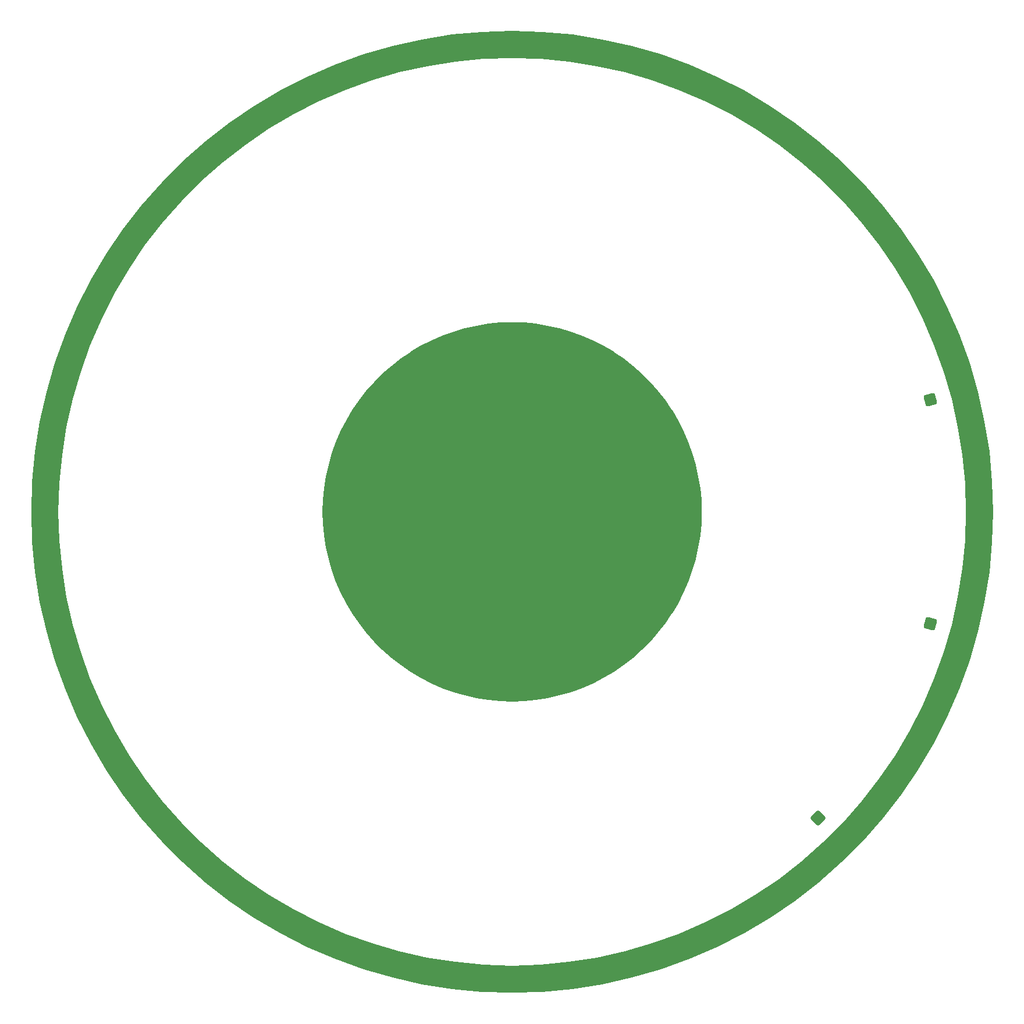
<source format=gbr>
%TF.GenerationSoftware,KiCad,Pcbnew,7.99.0-3356-g00904e8e23*%
%TF.CreationDate,2023-10-26T14:27:13+05:30*%
%TF.ProjectId,kimotor-project,6b696d6f-746f-4722-9d70-726f6a656374,rev?*%
%TF.SameCoordinates,Original*%
%TF.FileFunction,Soldermask,Top*%
%TF.FilePolarity,Negative*%
%FSLAX46Y46*%
G04 Gerber Fmt 4.6, Leading zero omitted, Abs format (unit mm)*
G04 Created by KiCad (PCBNEW 7.99.0-3356-g00904e8e23) date 2023-10-26 14:27:13*
%MOMM*%
%LPD*%
G01*
G04 APERTURE LIST*
G04 Aperture macros list*
%AMRoundRect*
0 Rectangle with rounded corners*
0 $1 Rounding radius*
0 $2 $3 $4 $5 $6 $7 $8 $9 X,Y pos of 4 corners*
0 Add a 4 corners polygon primitive as box body*
4,1,4,$2,$3,$4,$5,$6,$7,$8,$9,$2,$3,0*
0 Add four circle primitives for the rounded corners*
1,1,$1+$1,$2,$3*
1,1,$1+$1,$4,$5*
1,1,$1+$1,$6,$7*
1,1,$1+$1,$8,$9*
0 Add four rect primitives between the rounded corners*
20,1,$1+$1,$2,$3,$4,$5,0*
20,1,$1+$1,$4,$5,$6,$7,0*
20,1,$1+$1,$6,$7,$8,$9,0*
20,1,$1+$1,$8,$9,$2,$3,0*%
G04 Aperture macros list end*
%ADD10RoundRect,0.250000X-0.734847X-0.424264X0.424264X-0.734847X0.734847X0.424264X-0.424264X0.734847X0*%
%ADD11RoundRect,0.250000X-0.848528X0.000000X0.000000X-0.848528X0.848528X0.000000X0.000000X0.848528X0*%
%ADD12RoundRect,0.250000X-0.424264X-0.734847X0.734847X-0.424264X0.424264X0.734847X-0.734847X0.424264X0*%
G04 APERTURE END LIST*
D10*
%TO.C,T2*%
X60853327Y-16305599D03*
%TD*%
D11*
%TO.C,T3*%
X44547727Y-44547727D03*
%TD*%
%TO.C,T3*%
X44547727Y-44547727D03*
%TD*%
D12*
%TO.C,T1*%
X60853327Y16305599D03*
%TD*%
D10*
%TO.C,T2*%
X60853327Y-16305599D03*
%TD*%
D12*
%TO.C,T1*%
X60853327Y16305599D03*
%TD*%
G36*
X1730566Y27537614D02*
G01*
X1734454Y27537369D01*
X3456263Y27374609D01*
X3460128Y27374121D01*
X5168289Y27103576D01*
X5172116Y27102846D01*
X6859960Y26725568D01*
X6863733Y26724599D01*
X8524519Y26242096D01*
X8528224Y26240892D01*
X10155453Y25655053D01*
X10159076Y25653619D01*
X11746313Y24966761D01*
X11749838Y24965102D01*
X13290814Y24179934D01*
X13294228Y24178058D01*
X14782856Y23297686D01*
X14786145Y23295599D01*
X16216561Y22323488D01*
X16219713Y22321198D01*
X17586251Y21261203D01*
X17589252Y21258720D01*
X18886569Y20114983D01*
X18889409Y20112316D01*
X20112316Y18889409D01*
X20114983Y18886569D01*
X21258720Y17589252D01*
X21261203Y17586251D01*
X22321198Y16219713D01*
X22323488Y16216561D01*
X23295599Y14786145D01*
X23297686Y14782856D01*
X24178058Y13294228D01*
X24179934Y13290814D01*
X24965102Y11749838D01*
X24966761Y11746313D01*
X25653619Y10159076D01*
X25655053Y10155453D01*
X26240892Y8528224D01*
X26242096Y8524519D01*
X26724599Y6863733D01*
X26725568Y6859960D01*
X27102846Y5172116D01*
X27103576Y5168289D01*
X27374121Y3460128D01*
X27374609Y3456263D01*
X27537369Y1734454D01*
X27537614Y1730566D01*
X27591938Y1948D01*
X27591938Y-1948D01*
X27537614Y-1730566D01*
X27537369Y-1734454D01*
X27374609Y-3456263D01*
X27374121Y-3460128D01*
X27103576Y-5168289D01*
X27102846Y-5172116D01*
X26725568Y-6859960D01*
X26724599Y-6863733D01*
X26242096Y-8524519D01*
X26240892Y-8528224D01*
X25655053Y-10155453D01*
X25653619Y-10159076D01*
X24966761Y-11746313D01*
X24965102Y-11749838D01*
X24179934Y-13290814D01*
X24178058Y-13294228D01*
X23297686Y-14782856D01*
X23295599Y-14786145D01*
X22323488Y-16216561D01*
X22321198Y-16219713D01*
X21261203Y-17586251D01*
X21258720Y-17589252D01*
X20114983Y-18886569D01*
X20112316Y-18889409D01*
X18889409Y-20112316D01*
X18886569Y-20114983D01*
X17589252Y-21258720D01*
X17586251Y-21261203D01*
X16219713Y-22321198D01*
X16216561Y-22323488D01*
X14786145Y-23295599D01*
X14782856Y-23297686D01*
X13294228Y-24178058D01*
X13290814Y-24179934D01*
X11749838Y-24965102D01*
X11746313Y-24966761D01*
X10159076Y-25653619D01*
X10155453Y-25655053D01*
X8528224Y-26240892D01*
X8524519Y-26242096D01*
X6863733Y-26724599D01*
X6859960Y-26725568D01*
X5172116Y-27102846D01*
X5168289Y-27103576D01*
X3460128Y-27374121D01*
X3456263Y-27374609D01*
X1734454Y-27537369D01*
X1730566Y-27537614D01*
X1948Y-27591938D01*
X-1948Y-27591938D01*
X-1730566Y-27537614D01*
X-1734454Y-27537369D01*
X-3456263Y-27374609D01*
X-3460128Y-27374121D01*
X-5168289Y-27103576D01*
X-5172116Y-27102846D01*
X-6859960Y-26725568D01*
X-6863733Y-26724599D01*
X-8524519Y-26242096D01*
X-8528224Y-26240892D01*
X-10155453Y-25655053D01*
X-10159076Y-25653619D01*
X-11746313Y-24966761D01*
X-11749838Y-24965102D01*
X-13290814Y-24179934D01*
X-13294228Y-24178058D01*
X-14782856Y-23297686D01*
X-14786145Y-23295599D01*
X-16216561Y-22323488D01*
X-16219713Y-22321198D01*
X-17586251Y-21261203D01*
X-17589252Y-21258720D01*
X-18886569Y-20114983D01*
X-18889409Y-20112316D01*
X-20112316Y-18889409D01*
X-20114983Y-18886569D01*
X-21258720Y-17589252D01*
X-21261203Y-17586251D01*
X-22321198Y-16219713D01*
X-22323488Y-16216561D01*
X-23295599Y-14786145D01*
X-23297686Y-14782856D01*
X-24178058Y-13294228D01*
X-24179934Y-13290814D01*
X-24965102Y-11749838D01*
X-24966761Y-11746313D01*
X-25653619Y-10159076D01*
X-25655053Y-10155453D01*
X-26240892Y-8528224D01*
X-26242096Y-8524519D01*
X-26724599Y-6863733D01*
X-26725568Y-6859960D01*
X-27102846Y-5172116D01*
X-27103576Y-5168289D01*
X-27374121Y-3460128D01*
X-27374609Y-3456263D01*
X-27537369Y-1734454D01*
X-27537614Y-1730566D01*
X-27591938Y-1948D01*
X-27591938Y1948D01*
X-27537614Y1730566D01*
X-27537369Y1734454D01*
X-27374609Y3456263D01*
X-27374121Y3460128D01*
X-27103576Y5168289D01*
X-27102846Y5172116D01*
X-26725568Y6859960D01*
X-26724599Y6863733D01*
X-26242096Y8524519D01*
X-26240892Y8528224D01*
X-25655053Y10155453D01*
X-25653619Y10159076D01*
X-24966761Y11746313D01*
X-24965102Y11749838D01*
X-24179934Y13290814D01*
X-24178058Y13294228D01*
X-23297686Y14782856D01*
X-23295599Y14786145D01*
X-22323488Y16216561D01*
X-22321198Y16219713D01*
X-21261203Y17586251D01*
X-21258720Y17589252D01*
X-20114983Y18886569D01*
X-20112316Y18889409D01*
X-18889409Y20112316D01*
X-18886569Y20114983D01*
X-17589252Y21258720D01*
X-17586251Y21261203D01*
X-16219713Y22321198D01*
X-16216561Y22323488D01*
X-14786145Y23295599D01*
X-14782856Y23297686D01*
X-13294228Y24178058D01*
X-13290814Y24179934D01*
X-11749838Y24965102D01*
X-11746313Y24966761D01*
X-10159076Y25653619D01*
X-10155453Y25655053D01*
X-8528224Y26240892D01*
X-8524519Y26242096D01*
X-6863733Y26724599D01*
X-6859960Y26725568D01*
X-5172116Y27102846D01*
X-5168289Y27103576D01*
X-3460128Y27374121D01*
X-3456263Y27374609D01*
X-1734454Y27537369D01*
X-1730566Y27537614D01*
X-1948Y27591938D01*
X1948Y27591938D01*
X1730566Y27537614D01*
G37*
G36*
X4393386Y69861931D02*
G01*
X4397274Y69861686D01*
X8771395Y69448210D01*
X8775260Y69447722D01*
X13114756Y68760414D01*
X13118583Y68759684D01*
X17406401Y67801243D01*
X17410174Y67800274D01*
X21629317Y66574500D01*
X21633023Y66573296D01*
X25766874Y65085017D01*
X25770497Y65083583D01*
X29802761Y63338666D01*
X29806286Y63337007D01*
X33721024Y61342348D01*
X33724438Y61340472D01*
X37506199Y59103944D01*
X37509488Y59101857D01*
X41143358Y56632281D01*
X41146510Y56629991D01*
X44618128Y53937128D01*
X44621129Y53934645D01*
X47916843Y51029084D01*
X47919683Y51026417D01*
X51026417Y47919683D01*
X51029084Y47916843D01*
X53934645Y44621129D01*
X53937128Y44618128D01*
X56629991Y41146510D01*
X56632281Y41143358D01*
X59101857Y37509488D01*
X59103944Y37506199D01*
X61340472Y33724438D01*
X61342348Y33721024D01*
X63337007Y29806286D01*
X63338666Y29802761D01*
X65083583Y25770497D01*
X65085017Y25766874D01*
X66573296Y21633023D01*
X66574500Y21629317D01*
X67800274Y17410174D01*
X67801243Y17406401D01*
X68759684Y13118583D01*
X68760414Y13114756D01*
X69447722Y8775260D01*
X69448210Y8771395D01*
X69861686Y4397274D01*
X69861931Y4393386D01*
X69999938Y1948D01*
X69999938Y-1948D01*
X69861931Y-4393386D01*
X69861686Y-4397274D01*
X69448210Y-8771395D01*
X69447722Y-8775260D01*
X68760414Y-13114756D01*
X68759684Y-13118583D01*
X67801243Y-17406401D01*
X67800274Y-17410174D01*
X66574500Y-21629317D01*
X66573296Y-21633023D01*
X65085017Y-25766874D01*
X65083583Y-25770497D01*
X63338666Y-29802761D01*
X63337007Y-29806286D01*
X61342348Y-33721024D01*
X61340472Y-33724438D01*
X59103944Y-37506199D01*
X59101857Y-37509488D01*
X56632281Y-41143358D01*
X56629991Y-41146510D01*
X53937128Y-44618128D01*
X53934645Y-44621129D01*
X51029084Y-47916843D01*
X51026417Y-47919683D01*
X47919683Y-51026417D01*
X47916843Y-51029084D01*
X44621129Y-53934645D01*
X44618128Y-53937128D01*
X41146510Y-56629991D01*
X41143358Y-56632281D01*
X37509488Y-59101857D01*
X37506199Y-59103944D01*
X33724438Y-61340472D01*
X33721024Y-61342348D01*
X29806286Y-63337007D01*
X29802761Y-63338666D01*
X25770497Y-65083583D01*
X25766874Y-65085017D01*
X21633023Y-66573296D01*
X21629317Y-66574500D01*
X17410174Y-67800274D01*
X17406401Y-67801243D01*
X13118583Y-68759684D01*
X13114756Y-68760414D01*
X8775260Y-69447722D01*
X8771395Y-69448210D01*
X4397274Y-69861686D01*
X4393386Y-69861931D01*
X1948Y-69999938D01*
X-1948Y-69999938D01*
X-4393386Y-69861931D01*
X-4397274Y-69861686D01*
X-8771395Y-69448210D01*
X-8775260Y-69447722D01*
X-13114756Y-68760414D01*
X-13118583Y-68759684D01*
X-17406401Y-67801243D01*
X-17410174Y-67800274D01*
X-21629317Y-66574500D01*
X-21633023Y-66573296D01*
X-25766874Y-65085017D01*
X-25770497Y-65083583D01*
X-29802761Y-63338666D01*
X-29806286Y-63337007D01*
X-33721024Y-61342348D01*
X-33724438Y-61340472D01*
X-37506199Y-59103944D01*
X-37509488Y-59101857D01*
X-41143358Y-56632281D01*
X-41146510Y-56629991D01*
X-44618128Y-53937128D01*
X-44621129Y-53934645D01*
X-47916843Y-51029084D01*
X-47919683Y-51026417D01*
X-51026417Y-47919683D01*
X-51029084Y-47916843D01*
X-53934645Y-44621129D01*
X-53937128Y-44618128D01*
X-56629991Y-41146510D01*
X-56632281Y-41143358D01*
X-59101857Y-37509488D01*
X-59103944Y-37506199D01*
X-61340472Y-33724438D01*
X-61342348Y-33721024D01*
X-63337007Y-29806286D01*
X-63338666Y-29802761D01*
X-65083583Y-25770497D01*
X-65085017Y-25766874D01*
X-66573296Y-21633023D01*
X-66574500Y-21629317D01*
X-67800274Y-17410174D01*
X-67801243Y-17406401D01*
X-68759684Y-13118583D01*
X-68760414Y-13114756D01*
X-69447722Y-8775260D01*
X-69448210Y-8771395D01*
X-69861686Y-4397274D01*
X-69861931Y-4393386D01*
X-69999938Y-1948D01*
X-69999938Y0D01*
X-66034000Y0D01*
X-65903697Y-4146303D01*
X-65513301Y-8276258D01*
X-64864356Y-12373538D01*
X-63959421Y-16421984D01*
X-62802066Y-20405626D01*
X-61396857Y-24308742D01*
X-59749351Y-28115905D01*
X-57866029Y-31812132D01*
X-55754348Y-35382789D01*
X-53422627Y-38813811D01*
X-50880073Y-42091652D01*
X-50880074Y-42091651D01*
X-48136715Y-45203383D01*
X-45203383Y-48136715D01*
X-42091651Y-50880074D01*
X-42091652Y-50880073D01*
X-38813811Y-53422627D01*
X-35382789Y-55754348D01*
X-31812132Y-57866029D01*
X-28115905Y-59749351D01*
X-24308742Y-61396857D01*
X-20405626Y-62802066D01*
X-16421984Y-63959421D01*
X-12373538Y-64864356D01*
X-8276258Y-65513301D01*
X-4146303Y-65903697D01*
X0Y-66034000D01*
X4146303Y-65903697D01*
X8276258Y-65513301D01*
X12373538Y-64864356D01*
X16421984Y-63959421D01*
X20405626Y-62802066D01*
X24308742Y-61396857D01*
X28115905Y-59749351D01*
X31812132Y-57866029D01*
X35382789Y-55754348D01*
X38813811Y-53422627D01*
X42091652Y-50880073D01*
X42091651Y-50880074D01*
X45203383Y-48136715D01*
X48136715Y-45203383D01*
X50880074Y-42091651D01*
X50880073Y-42091652D01*
X53422627Y-38813811D01*
X55754348Y-35382789D01*
X57866029Y-31812132D01*
X59749351Y-28115905D01*
X61396857Y-24308742D01*
X62802066Y-20405626D01*
X63959421Y-16421984D01*
X64864356Y-12373538D01*
X65513301Y-8276258D01*
X65903697Y-4146303D01*
X66034000Y0D01*
X65903697Y4146303D01*
X65513301Y8276258D01*
X64864356Y12373538D01*
X63959421Y16421984D01*
X62802066Y20405626D01*
X61396857Y24308742D01*
X59749351Y28115905D01*
X57866029Y31812132D01*
X55754348Y35382789D01*
X53422627Y38813811D01*
X50880073Y42091652D01*
X50880074Y42091651D01*
X48136715Y45203383D01*
X45203383Y48136715D01*
X42091651Y50880074D01*
X42091652Y50880073D01*
X38813811Y53422627D01*
X35382789Y55754348D01*
X31812132Y57866029D01*
X28115905Y59749351D01*
X24308742Y61396857D01*
X20405626Y62802066D01*
X16421984Y63959421D01*
X12373538Y64864356D01*
X8276258Y65513301D01*
X4146303Y65903697D01*
X0Y66034000D01*
X-4146303Y65903697D01*
X-8276258Y65513301D01*
X-12373538Y64864356D01*
X-16421984Y63959421D01*
X-20405626Y62802066D01*
X-24308742Y61396857D01*
X-28115905Y59749351D01*
X-31812132Y57866029D01*
X-35382789Y55754348D01*
X-38813811Y53422627D01*
X-42091652Y50880073D01*
X-42091651Y50880074D01*
X-45203383Y48136715D01*
X-48136715Y45203383D01*
X-50880074Y42091651D01*
X-50880073Y42091652D01*
X-53422627Y38813811D01*
X-55754348Y35382789D01*
X-57866029Y31812132D01*
X-59749351Y28115905D01*
X-61396857Y24308742D01*
X-62802066Y20405626D01*
X-63959421Y16421984D01*
X-64864356Y12373538D01*
X-65513301Y8276258D01*
X-65903697Y4146303D01*
X-66034000Y0D01*
X-69999938Y0D01*
X-69999938Y1948D01*
X-69861931Y4393386D01*
X-69861686Y4397274D01*
X-69448210Y8771395D01*
X-69447722Y8775260D01*
X-68760414Y13114756D01*
X-68759684Y13118583D01*
X-67801243Y17406401D01*
X-67800274Y17410174D01*
X-66574500Y21629317D01*
X-66573296Y21633023D01*
X-65085017Y25766874D01*
X-65083583Y25770497D01*
X-63338666Y29802761D01*
X-63337007Y29806286D01*
X-61342348Y33721024D01*
X-61340472Y33724438D01*
X-59103944Y37506199D01*
X-59101857Y37509488D01*
X-56632281Y41143358D01*
X-56629991Y41146510D01*
X-53937128Y44618128D01*
X-53934645Y44621129D01*
X-51029084Y47916843D01*
X-51026417Y47919683D01*
X-47919683Y51026417D01*
X-47916843Y51029084D01*
X-44621129Y53934645D01*
X-44618128Y53937128D01*
X-41146510Y56629991D01*
X-41143358Y56632281D01*
X-37509488Y59101857D01*
X-37506199Y59103944D01*
X-33724438Y61340472D01*
X-33721024Y61342348D01*
X-29806286Y63337007D01*
X-29802761Y63338666D01*
X-25770497Y65083583D01*
X-25766874Y65085017D01*
X-21633023Y66573296D01*
X-21629317Y66574500D01*
X-17410174Y67800274D01*
X-17406401Y67801243D01*
X-13118583Y68759684D01*
X-13114756Y68760414D01*
X-8775260Y69447722D01*
X-8771395Y69448210D01*
X-4397274Y69861686D01*
X-4393386Y69861931D01*
X-1948Y69999938D01*
X1948Y69999938D01*
X4393386Y69861931D01*
G37*
G36*
X1730566Y27537614D02*
G01*
X1734454Y27537369D01*
X3456263Y27374609D01*
X3460128Y27374121D01*
X5168289Y27103576D01*
X5172116Y27102846D01*
X6859960Y26725568D01*
X6863733Y26724599D01*
X8524519Y26242096D01*
X8528224Y26240892D01*
X10155453Y25655053D01*
X10159076Y25653619D01*
X11746313Y24966761D01*
X11749838Y24965102D01*
X13290814Y24179934D01*
X13294228Y24178058D01*
X14782856Y23297686D01*
X14786145Y23295599D01*
X16216561Y22323488D01*
X16219713Y22321198D01*
X17586251Y21261203D01*
X17589252Y21258720D01*
X18886569Y20114983D01*
X18889409Y20112316D01*
X20112316Y18889409D01*
X20114983Y18886569D01*
X21258720Y17589252D01*
X21261203Y17586251D01*
X22321198Y16219713D01*
X22323488Y16216561D01*
X23295599Y14786145D01*
X23297686Y14782856D01*
X24178058Y13294228D01*
X24179934Y13290814D01*
X24965102Y11749838D01*
X24966761Y11746313D01*
X25653619Y10159076D01*
X25655053Y10155453D01*
X26240892Y8528224D01*
X26242096Y8524519D01*
X26724599Y6863733D01*
X26725568Y6859960D01*
X27102846Y5172116D01*
X27103576Y5168289D01*
X27374121Y3460128D01*
X27374609Y3456263D01*
X27537369Y1734454D01*
X27537614Y1730566D01*
X27591938Y1948D01*
X27591938Y-1948D01*
X27537614Y-1730566D01*
X27537369Y-1734454D01*
X27374609Y-3456263D01*
X27374121Y-3460128D01*
X27103576Y-5168289D01*
X27102846Y-5172116D01*
X26725568Y-6859960D01*
X26724599Y-6863733D01*
X26242096Y-8524519D01*
X26240892Y-8528224D01*
X25655053Y-10155453D01*
X25653619Y-10159076D01*
X24966761Y-11746313D01*
X24965102Y-11749838D01*
X24179934Y-13290814D01*
X24178058Y-13294228D01*
X23297686Y-14782856D01*
X23295599Y-14786145D01*
X22323488Y-16216561D01*
X22321198Y-16219713D01*
X21261203Y-17586251D01*
X21258720Y-17589252D01*
X20114983Y-18886569D01*
X20112316Y-18889409D01*
X18889409Y-20112316D01*
X18886569Y-20114983D01*
X17589252Y-21258720D01*
X17586251Y-21261203D01*
X16219713Y-22321198D01*
X16216561Y-22323488D01*
X14786145Y-23295599D01*
X14782856Y-23297686D01*
X13294228Y-24178058D01*
X13290814Y-24179934D01*
X11749838Y-24965102D01*
X11746313Y-24966761D01*
X10159076Y-25653619D01*
X10155453Y-25655053D01*
X8528224Y-26240892D01*
X8524519Y-26242096D01*
X6863733Y-26724599D01*
X6859960Y-26725568D01*
X5172116Y-27102846D01*
X5168289Y-27103576D01*
X3460128Y-27374121D01*
X3456263Y-27374609D01*
X1734454Y-27537369D01*
X1730566Y-27537614D01*
X1948Y-27591938D01*
X-1948Y-27591938D01*
X-1730566Y-27537614D01*
X-1734454Y-27537369D01*
X-3456263Y-27374609D01*
X-3460128Y-27374121D01*
X-5168289Y-27103576D01*
X-5172116Y-27102846D01*
X-6859960Y-26725568D01*
X-6863733Y-26724599D01*
X-8524519Y-26242096D01*
X-8528224Y-26240892D01*
X-10155453Y-25655053D01*
X-10159076Y-25653619D01*
X-11746313Y-24966761D01*
X-11749838Y-24965102D01*
X-13290814Y-24179934D01*
X-13294228Y-24178058D01*
X-14782856Y-23297686D01*
X-14786145Y-23295599D01*
X-16216561Y-22323488D01*
X-16219713Y-22321198D01*
X-17586251Y-21261203D01*
X-17589252Y-21258720D01*
X-18886569Y-20114983D01*
X-18889409Y-20112316D01*
X-20112316Y-18889409D01*
X-20114983Y-18886569D01*
X-21258720Y-17589252D01*
X-21261203Y-17586251D01*
X-22321198Y-16219713D01*
X-22323488Y-16216561D01*
X-23295599Y-14786145D01*
X-23297686Y-14782856D01*
X-24178058Y-13294228D01*
X-24179934Y-13290814D01*
X-24965102Y-11749838D01*
X-24966761Y-11746313D01*
X-25653619Y-10159076D01*
X-25655053Y-10155453D01*
X-26240892Y-8528224D01*
X-26242096Y-8524519D01*
X-26724599Y-6863733D01*
X-26725568Y-6859960D01*
X-27102846Y-5172116D01*
X-27103576Y-5168289D01*
X-27374121Y-3460128D01*
X-27374609Y-3456263D01*
X-27537369Y-1734454D01*
X-27537614Y-1730566D01*
X-27591938Y-1948D01*
X-27591938Y1948D01*
X-27537614Y1730566D01*
X-27537369Y1734454D01*
X-27374609Y3456263D01*
X-27374121Y3460128D01*
X-27103576Y5168289D01*
X-27102846Y5172116D01*
X-26725568Y6859960D01*
X-26724599Y6863733D01*
X-26242096Y8524519D01*
X-26240892Y8528224D01*
X-25655053Y10155453D01*
X-25653619Y10159076D01*
X-24966761Y11746313D01*
X-24965102Y11749838D01*
X-24179934Y13290814D01*
X-24178058Y13294228D01*
X-23297686Y14782856D01*
X-23295599Y14786145D01*
X-22323488Y16216561D01*
X-22321198Y16219713D01*
X-21261203Y17586251D01*
X-21258720Y17589252D01*
X-20114983Y18886569D01*
X-20112316Y18889409D01*
X-18889409Y20112316D01*
X-18886569Y20114983D01*
X-17589252Y21258720D01*
X-17586251Y21261203D01*
X-16219713Y22321198D01*
X-16216561Y22323488D01*
X-14786145Y23295599D01*
X-14782856Y23297686D01*
X-13294228Y24178058D01*
X-13290814Y24179934D01*
X-11749838Y24965102D01*
X-11746313Y24966761D01*
X-10159076Y25653619D01*
X-10155453Y25655053D01*
X-8528224Y26240892D01*
X-8524519Y26242096D01*
X-6863733Y26724599D01*
X-6859960Y26725568D01*
X-5172116Y27102846D01*
X-5168289Y27103576D01*
X-3460128Y27374121D01*
X-3456263Y27374609D01*
X-1734454Y27537369D01*
X-1730566Y27537614D01*
X-1948Y27591938D01*
X1948Y27591938D01*
X1730566Y27537614D01*
G37*
G36*
X4393386Y69861931D02*
G01*
X4397274Y69861686D01*
X8771395Y69448210D01*
X8775260Y69447722D01*
X13114756Y68760414D01*
X13118583Y68759684D01*
X17406401Y67801243D01*
X17410174Y67800274D01*
X21629317Y66574500D01*
X21633023Y66573296D01*
X25766874Y65085017D01*
X25770497Y65083583D01*
X29802761Y63338666D01*
X29806286Y63337007D01*
X33721024Y61342348D01*
X33724438Y61340472D01*
X37506199Y59103944D01*
X37509488Y59101857D01*
X41143358Y56632281D01*
X41146510Y56629991D01*
X44618128Y53937128D01*
X44621129Y53934645D01*
X47916843Y51029084D01*
X47919683Y51026417D01*
X51026417Y47919683D01*
X51029084Y47916843D01*
X53934645Y44621129D01*
X53937128Y44618128D01*
X56629991Y41146510D01*
X56632281Y41143358D01*
X59101857Y37509488D01*
X59103944Y37506199D01*
X61340472Y33724438D01*
X61342348Y33721024D01*
X63337007Y29806286D01*
X63338666Y29802761D01*
X65083583Y25770497D01*
X65085017Y25766874D01*
X66573296Y21633023D01*
X66574500Y21629317D01*
X67800274Y17410174D01*
X67801243Y17406401D01*
X68759684Y13118583D01*
X68760414Y13114756D01*
X69447722Y8775260D01*
X69448210Y8771395D01*
X69861686Y4397274D01*
X69861931Y4393386D01*
X69999938Y1948D01*
X69999938Y-1948D01*
X69861931Y-4393386D01*
X69861686Y-4397274D01*
X69448210Y-8771395D01*
X69447722Y-8775260D01*
X68760414Y-13114756D01*
X68759684Y-13118583D01*
X67801243Y-17406401D01*
X67800274Y-17410174D01*
X66574500Y-21629317D01*
X66573296Y-21633023D01*
X65085017Y-25766874D01*
X65083583Y-25770497D01*
X63338666Y-29802761D01*
X63337007Y-29806286D01*
X61342348Y-33721024D01*
X61340472Y-33724438D01*
X59103944Y-37506199D01*
X59101857Y-37509488D01*
X56632281Y-41143358D01*
X56629991Y-41146510D01*
X53937128Y-44618128D01*
X53934645Y-44621129D01*
X51029084Y-47916843D01*
X51026417Y-47919683D01*
X47919683Y-51026417D01*
X47916843Y-51029084D01*
X44621129Y-53934645D01*
X44618128Y-53937128D01*
X41146510Y-56629991D01*
X41143358Y-56632281D01*
X37509488Y-59101857D01*
X37506199Y-59103944D01*
X33724438Y-61340472D01*
X33721024Y-61342348D01*
X29806286Y-63337007D01*
X29802761Y-63338666D01*
X25770497Y-65083583D01*
X25766874Y-65085017D01*
X21633023Y-66573296D01*
X21629317Y-66574500D01*
X17410174Y-67800274D01*
X17406401Y-67801243D01*
X13118583Y-68759684D01*
X13114756Y-68760414D01*
X8775260Y-69447722D01*
X8771395Y-69448210D01*
X4397274Y-69861686D01*
X4393386Y-69861931D01*
X1948Y-69999938D01*
X-1948Y-69999938D01*
X-4393386Y-69861931D01*
X-4397274Y-69861686D01*
X-8771395Y-69448210D01*
X-8775260Y-69447722D01*
X-13114756Y-68760414D01*
X-13118583Y-68759684D01*
X-17406401Y-67801243D01*
X-17410174Y-67800274D01*
X-21629317Y-66574500D01*
X-21633023Y-66573296D01*
X-25766874Y-65085017D01*
X-25770497Y-65083583D01*
X-29802761Y-63338666D01*
X-29806286Y-63337007D01*
X-33721024Y-61342348D01*
X-33724438Y-61340472D01*
X-37506199Y-59103944D01*
X-37509488Y-59101857D01*
X-41143358Y-56632281D01*
X-41146510Y-56629991D01*
X-44618128Y-53937128D01*
X-44621129Y-53934645D01*
X-47916843Y-51029084D01*
X-47919683Y-51026417D01*
X-51026417Y-47919683D01*
X-51029084Y-47916843D01*
X-53934645Y-44621129D01*
X-53937128Y-44618128D01*
X-56629991Y-41146510D01*
X-56632281Y-41143358D01*
X-59101857Y-37509488D01*
X-59103944Y-37506199D01*
X-61340472Y-33724438D01*
X-61342348Y-33721024D01*
X-63337007Y-29806286D01*
X-63338666Y-29802761D01*
X-65083583Y-25770497D01*
X-65085017Y-25766874D01*
X-66573296Y-21633023D01*
X-66574500Y-21629317D01*
X-67800274Y-17410174D01*
X-67801243Y-17406401D01*
X-68759684Y-13118583D01*
X-68760414Y-13114756D01*
X-69447722Y-8775260D01*
X-69448210Y-8771395D01*
X-69861686Y-4397274D01*
X-69861931Y-4393386D01*
X-69999938Y-1948D01*
X-69999938Y0D01*
X-66034000Y0D01*
X-65903697Y-4146303D01*
X-65513301Y-8276258D01*
X-64864356Y-12373538D01*
X-63959421Y-16421984D01*
X-62802066Y-20405626D01*
X-61396857Y-24308742D01*
X-59749351Y-28115905D01*
X-57866029Y-31812132D01*
X-55754348Y-35382789D01*
X-53422627Y-38813811D01*
X-50880073Y-42091652D01*
X-50880074Y-42091651D01*
X-48136715Y-45203383D01*
X-45203383Y-48136715D01*
X-42091651Y-50880074D01*
X-42091652Y-50880073D01*
X-38813811Y-53422627D01*
X-35382789Y-55754348D01*
X-31812132Y-57866029D01*
X-28115905Y-59749351D01*
X-24308742Y-61396857D01*
X-20405626Y-62802066D01*
X-16421984Y-63959421D01*
X-12373538Y-64864356D01*
X-8276258Y-65513301D01*
X-4146303Y-65903697D01*
X0Y-66034000D01*
X4146303Y-65903697D01*
X8276258Y-65513301D01*
X12373538Y-64864356D01*
X16421984Y-63959421D01*
X20405626Y-62802066D01*
X24308742Y-61396857D01*
X28115905Y-59749351D01*
X31812132Y-57866029D01*
X35382789Y-55754348D01*
X38813811Y-53422627D01*
X42091652Y-50880073D01*
X42091651Y-50880074D01*
X45203383Y-48136715D01*
X48136715Y-45203383D01*
X50880074Y-42091651D01*
X50880073Y-42091652D01*
X53422627Y-38813811D01*
X55754348Y-35382789D01*
X57866029Y-31812132D01*
X59749351Y-28115905D01*
X61396857Y-24308742D01*
X62802066Y-20405626D01*
X63959421Y-16421984D01*
X64864356Y-12373538D01*
X65513301Y-8276258D01*
X65903697Y-4146303D01*
X66034000Y0D01*
X65903697Y4146303D01*
X65513301Y8276258D01*
X64864356Y12373538D01*
X63959421Y16421984D01*
X62802066Y20405626D01*
X61396857Y24308742D01*
X59749351Y28115905D01*
X57866029Y31812132D01*
X55754348Y35382789D01*
X53422627Y38813811D01*
X50880073Y42091652D01*
X50880074Y42091651D01*
X48136715Y45203383D01*
X45203383Y48136715D01*
X42091651Y50880074D01*
X42091652Y50880073D01*
X38813811Y53422627D01*
X35382789Y55754348D01*
X31812132Y57866029D01*
X28115905Y59749351D01*
X24308742Y61396857D01*
X20405626Y62802066D01*
X16421984Y63959421D01*
X12373538Y64864356D01*
X8276258Y65513301D01*
X4146303Y65903697D01*
X0Y66034000D01*
X-4146303Y65903697D01*
X-8276258Y65513301D01*
X-12373538Y64864356D01*
X-16421984Y63959421D01*
X-20405626Y62802066D01*
X-24308742Y61396857D01*
X-28115905Y59749351D01*
X-31812132Y57866029D01*
X-35382789Y55754348D01*
X-38813811Y53422627D01*
X-42091652Y50880073D01*
X-42091651Y50880074D01*
X-45203383Y48136715D01*
X-48136715Y45203383D01*
X-50880074Y42091651D01*
X-50880073Y42091652D01*
X-53422627Y38813811D01*
X-55754348Y35382789D01*
X-57866029Y31812132D01*
X-59749351Y28115905D01*
X-61396857Y24308742D01*
X-62802066Y20405626D01*
X-63959421Y16421984D01*
X-64864356Y12373538D01*
X-65513301Y8276258D01*
X-65903697Y4146303D01*
X-66034000Y0D01*
X-69999938Y0D01*
X-69999938Y1948D01*
X-69861931Y4393386D01*
X-69861686Y4397274D01*
X-69448210Y8771395D01*
X-69447722Y8775260D01*
X-68760414Y13114756D01*
X-68759684Y13118583D01*
X-67801243Y17406401D01*
X-67800274Y17410174D01*
X-66574500Y21629317D01*
X-66573296Y21633023D01*
X-65085017Y25766874D01*
X-65083583Y25770497D01*
X-63338666Y29802761D01*
X-63337007Y29806286D01*
X-61342348Y33721024D01*
X-61340472Y33724438D01*
X-59103944Y37506199D01*
X-59101857Y37509488D01*
X-56632281Y41143358D01*
X-56629991Y41146510D01*
X-53937128Y44618128D01*
X-53934645Y44621129D01*
X-51029084Y47916843D01*
X-51026417Y47919683D01*
X-47919683Y51026417D01*
X-47916843Y51029084D01*
X-44621129Y53934645D01*
X-44618128Y53937128D01*
X-41146510Y56629991D01*
X-41143358Y56632281D01*
X-37509488Y59101857D01*
X-37506199Y59103944D01*
X-33724438Y61340472D01*
X-33721024Y61342348D01*
X-29806286Y63337007D01*
X-29802761Y63338666D01*
X-25770497Y65083583D01*
X-25766874Y65085017D01*
X-21633023Y66573296D01*
X-21629317Y66574500D01*
X-17410174Y67800274D01*
X-17406401Y67801243D01*
X-13118583Y68759684D01*
X-13114756Y68760414D01*
X-8775260Y69447722D01*
X-8771395Y69448210D01*
X-4397274Y69861686D01*
X-4393386Y69861931D01*
X-1948Y69999938D01*
X1948Y69999938D01*
X4393386Y69861931D01*
G37*
M02*

</source>
